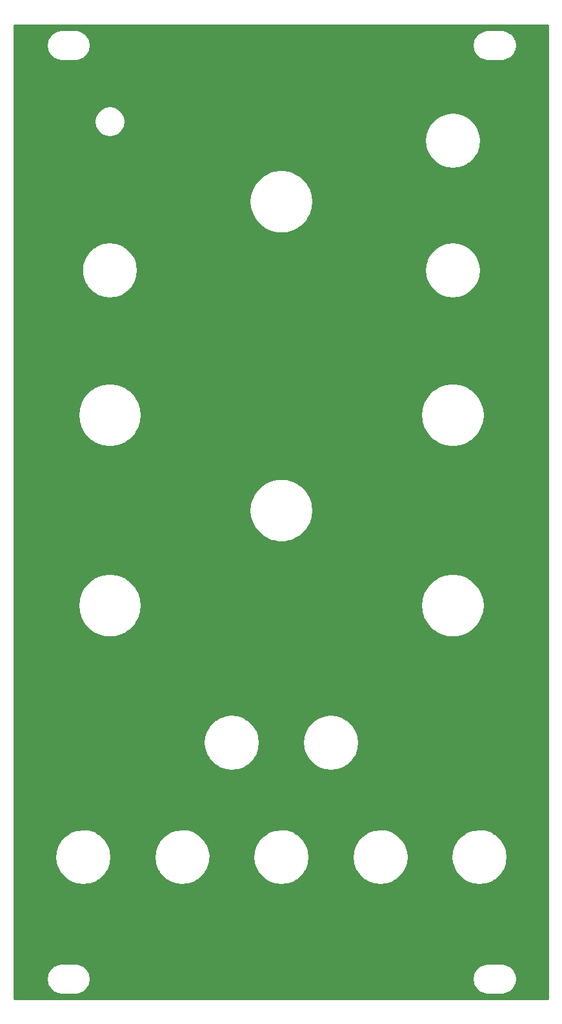
<source format=gtl>
G04 #@! TF.GenerationSoftware,KiCad,Pcbnew,(5.0.0-rc2)*
G04 #@! TF.CreationDate,2020-07-08T18:04:12+03:00*
G04 #@! TF.ProjectId,BBDPNL2,424244504E4C322E6B696361645F7063,rev?*
G04 #@! TF.SameCoordinates,PX2549e60PY82a7440*
G04 #@! TF.FileFunction,Copper,L1,Top,Signal*
G04 #@! TF.FilePolarity,Positive*
%FSLAX46Y46*%
G04 Gerber Fmt 4.6, Leading zero omitted, Abs format (unit mm)*
G04 Created by KiCad (PCBNEW (5.0.0-rc2)) date Wed Jul  8 18:04:12 2020*
%MOMM*%
%LPD*%
G01*
G04 APERTURE LIST*
G04 #@! TA.AperFunction,NonConductor*
%ADD10C,0.254000*%
G04 #@! TD*
G04 APERTURE END LIST*
D10*
G36*
X70403000Y397000D02*
X397000Y397000D01*
X397000Y3063669D01*
X4598011Y3063669D01*
X4598011Y2936331D01*
X4676321Y2441905D01*
X4676321Y2441904D01*
X4715670Y2320799D01*
X4942933Y1874770D01*
X5017781Y1771752D01*
X5371752Y1417780D01*
X5474770Y1342933D01*
X5920799Y1115670D01*
X6041904Y1076321D01*
X6528449Y999259D01*
X6559917Y993000D01*
X8440083Y993000D01*
X8471551Y999259D01*
X8958096Y1076321D01*
X9079201Y1115670D01*
X9525230Y1342933D01*
X9628248Y1417781D01*
X9982220Y1771752D01*
X10057067Y1874770D01*
X10284330Y2320799D01*
X10323679Y2441904D01*
X10323679Y2441905D01*
X10401989Y2936331D01*
X10401989Y3063669D01*
X60498011Y3063669D01*
X60498011Y2936331D01*
X60576321Y2441905D01*
X60576321Y2441904D01*
X60615670Y2320799D01*
X60842933Y1874770D01*
X60917781Y1771752D01*
X61271752Y1417780D01*
X61374770Y1342933D01*
X61820799Y1115670D01*
X61941904Y1076321D01*
X62428449Y999259D01*
X62459917Y993000D01*
X64340083Y993000D01*
X64371551Y999259D01*
X64858096Y1076321D01*
X64979201Y1115670D01*
X65425230Y1342933D01*
X65528248Y1417781D01*
X65882220Y1771752D01*
X65957067Y1874770D01*
X66184330Y2320799D01*
X66223679Y2441904D01*
X66223679Y2441905D01*
X66301989Y2936331D01*
X66301989Y3063669D01*
X66223679Y3558096D01*
X66217272Y3577816D01*
X66184330Y3679201D01*
X65957067Y4125230D01*
X65904188Y4198011D01*
X65882220Y4228248D01*
X65528248Y4582219D01*
X65425230Y4657067D01*
X64979201Y4884330D01*
X64858096Y4923679D01*
X64371551Y5000741D01*
X64340083Y5007000D01*
X62459917Y5007000D01*
X62428449Y5000741D01*
X61941904Y4923679D01*
X61820799Y4884330D01*
X61374770Y4657067D01*
X61271752Y4582220D01*
X60917781Y4228248D01*
X60842933Y4125230D01*
X60615670Y3679201D01*
X60576321Y3558096D01*
X60498011Y3063669D01*
X10401989Y3063669D01*
X10323679Y3558096D01*
X10317272Y3577816D01*
X10284330Y3679201D01*
X10057067Y4125230D01*
X10004188Y4198011D01*
X9982220Y4228248D01*
X9628248Y4582219D01*
X9525230Y4657067D01*
X9079201Y4884330D01*
X8958096Y4923679D01*
X8471551Y5000741D01*
X8440083Y5007000D01*
X6559917Y5007000D01*
X6528449Y5000741D01*
X6041904Y4923679D01*
X5920799Y4884330D01*
X5474770Y4657067D01*
X5371752Y4582220D01*
X5017781Y4228248D01*
X4942933Y4125230D01*
X4715670Y3679201D01*
X4676321Y3558096D01*
X4598011Y3063669D01*
X397000Y3063669D01*
X397000Y18948661D01*
X5723358Y18948661D01*
X5803000Y18318229D01*
X5803000Y18284512D01*
X5809129Y18269716D01*
X5826099Y18135382D01*
X6106468Y17365076D01*
X6323044Y17029016D01*
X6350611Y16962463D01*
X6393709Y16919365D01*
X6550529Y16676028D01*
X7136213Y16102484D01*
X7329502Y15983572D01*
X7362463Y15950611D01*
X7425567Y15924472D01*
X7834410Y15672951D01*
X8610418Y15408776D01*
X9425670Y15323090D01*
X10095821Y15403000D01*
X10115488Y15403000D01*
X10123438Y15406293D01*
X10239646Y15420150D01*
X11011891Y15695134D01*
X11371085Y15923086D01*
X11437537Y15950611D01*
X11477622Y15990696D01*
X11704022Y16134374D01*
X12281641Y16716040D01*
X12412693Y16925767D01*
X12449389Y16962463D01*
X12476457Y17027811D01*
X12716038Y17411221D01*
X12985624Y18185366D01*
X12996650Y18283668D01*
X12997000Y18284512D01*
X12997000Y18286785D01*
X13071241Y18948661D01*
X18723358Y18948661D01*
X18803000Y18318229D01*
X18803000Y18284512D01*
X18809129Y18269716D01*
X18826099Y18135382D01*
X19106468Y17365076D01*
X19323044Y17029016D01*
X19350611Y16962463D01*
X19393709Y16919365D01*
X19550529Y16676028D01*
X20136213Y16102484D01*
X20329502Y15983572D01*
X20362463Y15950611D01*
X20425567Y15924472D01*
X20834410Y15672951D01*
X21610418Y15408776D01*
X22425670Y15323090D01*
X23095821Y15403000D01*
X23115488Y15403000D01*
X23123438Y15406293D01*
X23239646Y15420150D01*
X24011891Y15695134D01*
X24371085Y15923086D01*
X24437537Y15950611D01*
X24477622Y15990696D01*
X24704022Y16134374D01*
X25281641Y16716040D01*
X25412693Y16925767D01*
X25449389Y16962463D01*
X25476457Y17027811D01*
X25716038Y17411221D01*
X25985624Y18185366D01*
X25996650Y18283668D01*
X25997000Y18284512D01*
X25997000Y18286785D01*
X26071241Y18948661D01*
X31723358Y18948661D01*
X31803000Y18318229D01*
X31803000Y18284512D01*
X31809129Y18269716D01*
X31826099Y18135382D01*
X32106468Y17365076D01*
X32323044Y17029016D01*
X32350611Y16962463D01*
X32393709Y16919365D01*
X32550529Y16676028D01*
X33136213Y16102484D01*
X33329502Y15983572D01*
X33362463Y15950611D01*
X33425567Y15924472D01*
X33834410Y15672951D01*
X34610418Y15408776D01*
X35425670Y15323090D01*
X36095821Y15403000D01*
X36115488Y15403000D01*
X36123438Y15406293D01*
X36239646Y15420150D01*
X37011891Y15695134D01*
X37371085Y15923086D01*
X37437537Y15950611D01*
X37477622Y15990696D01*
X37704022Y16134374D01*
X38281641Y16716040D01*
X38412693Y16925767D01*
X38449389Y16962463D01*
X38476457Y17027811D01*
X38716038Y17411221D01*
X38985624Y18185366D01*
X38996650Y18283668D01*
X38997000Y18284512D01*
X38997000Y18286785D01*
X39071241Y18948661D01*
X44723358Y18948661D01*
X44803000Y18318229D01*
X44803000Y18284512D01*
X44809129Y18269716D01*
X44826099Y18135382D01*
X45106468Y17365076D01*
X45323044Y17029016D01*
X45350611Y16962463D01*
X45393709Y16919365D01*
X45550529Y16676028D01*
X46136213Y16102484D01*
X46329502Y15983572D01*
X46362463Y15950611D01*
X46425567Y15924472D01*
X46834410Y15672951D01*
X47610418Y15408776D01*
X48425670Y15323090D01*
X49095821Y15403000D01*
X49115488Y15403000D01*
X49123438Y15406293D01*
X49239646Y15420150D01*
X50011891Y15695134D01*
X50371085Y15923086D01*
X50437537Y15950611D01*
X50477622Y15990696D01*
X50704022Y16134374D01*
X51281641Y16716040D01*
X51412693Y16925767D01*
X51449389Y16962463D01*
X51476457Y17027811D01*
X51716038Y17411221D01*
X51985624Y18185366D01*
X51996650Y18283668D01*
X51997000Y18284512D01*
X51997000Y18286785D01*
X52071241Y18948661D01*
X57723358Y18948661D01*
X57803000Y18318229D01*
X57803000Y18284512D01*
X57809129Y18269716D01*
X57826099Y18135382D01*
X58106468Y17365076D01*
X58323044Y17029016D01*
X58350611Y16962463D01*
X58393709Y16919365D01*
X58550529Y16676028D01*
X59136213Y16102484D01*
X59329502Y15983572D01*
X59362463Y15950611D01*
X59425567Y15924472D01*
X59834410Y15672951D01*
X60610418Y15408776D01*
X61425670Y15323090D01*
X62095821Y15403000D01*
X62115488Y15403000D01*
X62123438Y15406293D01*
X62239646Y15420150D01*
X63011891Y15695134D01*
X63371085Y15923086D01*
X63437537Y15950611D01*
X63477622Y15990696D01*
X63704022Y16134374D01*
X64281641Y16716040D01*
X64412693Y16925767D01*
X64449389Y16962463D01*
X64476457Y17027811D01*
X64716038Y17411221D01*
X64985624Y18185366D01*
X64996650Y18283668D01*
X64997000Y18284512D01*
X64997000Y18286785D01*
X65077000Y19000000D01*
X65075566Y19102668D01*
X64997000Y19661695D01*
X64997000Y19715488D01*
X64985557Y19743113D01*
X64961480Y19914433D01*
X64670384Y20680749D01*
X64475969Y20973366D01*
X64449389Y21037537D01*
X64401551Y21085375D01*
X64216745Y21363530D01*
X63623111Y21928841D01*
X63462108Y22024818D01*
X63437537Y22049389D01*
X63382982Y22071986D01*
X62918985Y22348584D01*
X62139364Y22601898D01*
X61322995Y22676194D01*
X60729468Y22597000D01*
X60684512Y22597000D01*
X60663149Y22588151D01*
X60510453Y22567777D01*
X59742123Y22282038D01*
X59428224Y22076628D01*
X59362463Y22049389D01*
X59316766Y22003692D01*
X59056192Y21833177D01*
X58486751Y21243504D01*
X58379522Y21066448D01*
X58350611Y21037537D01*
X58325937Y20977968D01*
X58062102Y20542325D01*
X57803351Y19764491D01*
X57723358Y18948661D01*
X52071241Y18948661D01*
X52077000Y19000000D01*
X52075566Y19102668D01*
X51997000Y19661695D01*
X51997000Y19715488D01*
X51985557Y19743113D01*
X51961480Y19914433D01*
X51670384Y20680749D01*
X51475969Y20973366D01*
X51449389Y21037537D01*
X51401551Y21085375D01*
X51216745Y21363530D01*
X50623111Y21928841D01*
X50462108Y22024818D01*
X50437537Y22049389D01*
X50382982Y22071986D01*
X49918985Y22348584D01*
X49139364Y22601898D01*
X48322995Y22676194D01*
X47729468Y22597000D01*
X47684512Y22597000D01*
X47663149Y22588151D01*
X47510453Y22567777D01*
X46742123Y22282038D01*
X46428224Y22076628D01*
X46362463Y22049389D01*
X46316766Y22003692D01*
X46056192Y21833177D01*
X45486751Y21243504D01*
X45379522Y21066448D01*
X45350611Y21037537D01*
X45325937Y20977968D01*
X45062102Y20542325D01*
X44803351Y19764491D01*
X44723358Y18948661D01*
X39071241Y18948661D01*
X39077000Y19000000D01*
X39075566Y19102668D01*
X38997000Y19661695D01*
X38997000Y19715488D01*
X38985557Y19743113D01*
X38961480Y19914433D01*
X38670384Y20680749D01*
X38475969Y20973366D01*
X38449389Y21037537D01*
X38401551Y21085375D01*
X38216745Y21363530D01*
X37623111Y21928841D01*
X37462108Y22024818D01*
X37437537Y22049389D01*
X37382982Y22071986D01*
X36918985Y22348584D01*
X36139364Y22601898D01*
X35322995Y22676194D01*
X34729468Y22597000D01*
X34684512Y22597000D01*
X34663149Y22588151D01*
X34510453Y22567777D01*
X33742123Y22282038D01*
X33428224Y22076628D01*
X33362463Y22049389D01*
X33316766Y22003692D01*
X33056192Y21833177D01*
X32486751Y21243504D01*
X32379522Y21066448D01*
X32350611Y21037537D01*
X32325937Y20977968D01*
X32062102Y20542325D01*
X31803351Y19764491D01*
X31723358Y18948661D01*
X26071241Y18948661D01*
X26077000Y19000000D01*
X26075566Y19102668D01*
X25997000Y19661695D01*
X25997000Y19715488D01*
X25985557Y19743113D01*
X25961480Y19914433D01*
X25670384Y20680749D01*
X25475969Y20973366D01*
X25449389Y21037537D01*
X25401551Y21085375D01*
X25216745Y21363530D01*
X24623111Y21928841D01*
X24462108Y22024818D01*
X24437537Y22049389D01*
X24382982Y22071986D01*
X23918985Y22348584D01*
X23139364Y22601898D01*
X22322995Y22676194D01*
X21729468Y22597000D01*
X21684512Y22597000D01*
X21663149Y22588151D01*
X21510453Y22567777D01*
X20742123Y22282038D01*
X20428224Y22076628D01*
X20362463Y22049389D01*
X20316766Y22003692D01*
X20056192Y21833177D01*
X19486751Y21243504D01*
X19379522Y21066448D01*
X19350611Y21037537D01*
X19325937Y20977968D01*
X19062102Y20542325D01*
X18803351Y19764491D01*
X18723358Y18948661D01*
X13071241Y18948661D01*
X13077000Y19000000D01*
X13075566Y19102668D01*
X12997000Y19661695D01*
X12997000Y19715488D01*
X12985557Y19743113D01*
X12961480Y19914433D01*
X12670384Y20680749D01*
X12475969Y20973366D01*
X12449389Y21037537D01*
X12401551Y21085375D01*
X12216745Y21363530D01*
X11623111Y21928841D01*
X11462108Y22024818D01*
X11437537Y22049389D01*
X11382982Y22071986D01*
X10918985Y22348584D01*
X10139364Y22601898D01*
X9322995Y22676194D01*
X8729468Y22597000D01*
X8684512Y22597000D01*
X8663149Y22588151D01*
X8510453Y22567777D01*
X7742123Y22282038D01*
X7428224Y22076628D01*
X7362463Y22049389D01*
X7316766Y22003692D01*
X7056192Y21833177D01*
X6486751Y21243504D01*
X6379522Y21066448D01*
X6350611Y21037537D01*
X6325937Y20977968D01*
X6062102Y20542325D01*
X5803351Y19764491D01*
X5723358Y18948661D01*
X397000Y18948661D01*
X397000Y33948661D01*
X25223358Y33948661D01*
X25303000Y33318229D01*
X25303000Y33284512D01*
X25309129Y33269716D01*
X25326099Y33135382D01*
X25606468Y32365076D01*
X25823044Y32029016D01*
X25850611Y31962463D01*
X25893709Y31919365D01*
X26050529Y31676028D01*
X26636213Y31102484D01*
X26829502Y30983572D01*
X26862463Y30950611D01*
X26925567Y30924472D01*
X27334410Y30672951D01*
X28110418Y30408776D01*
X28925670Y30323090D01*
X29595821Y30403000D01*
X29615488Y30403000D01*
X29623438Y30406293D01*
X29739646Y30420150D01*
X30511891Y30695134D01*
X30871085Y30923086D01*
X30937537Y30950611D01*
X30977622Y30990696D01*
X31204022Y31134374D01*
X31781641Y31716040D01*
X31912693Y31925767D01*
X31949389Y31962463D01*
X31976457Y32027811D01*
X32216038Y32411221D01*
X32485624Y33185366D01*
X32496650Y33283668D01*
X32497000Y33284512D01*
X32497000Y33286785D01*
X32571241Y33948661D01*
X38223358Y33948661D01*
X38303000Y33318229D01*
X38303000Y33284512D01*
X38309129Y33269716D01*
X38326099Y33135382D01*
X38606468Y32365076D01*
X38823044Y32029016D01*
X38850611Y31962463D01*
X38893709Y31919365D01*
X39050529Y31676028D01*
X39636213Y31102484D01*
X39829502Y30983572D01*
X39862463Y30950611D01*
X39925567Y30924472D01*
X40334410Y30672951D01*
X41110418Y30408776D01*
X41925670Y30323090D01*
X42595821Y30403000D01*
X42615488Y30403000D01*
X42623438Y30406293D01*
X42739646Y30420150D01*
X43511891Y30695134D01*
X43871085Y30923086D01*
X43937537Y30950611D01*
X43977622Y30990696D01*
X44204022Y31134374D01*
X44781641Y31716040D01*
X44912693Y31925767D01*
X44949389Y31962463D01*
X44976457Y32027811D01*
X45216038Y32411221D01*
X45485624Y33185366D01*
X45496650Y33283668D01*
X45497000Y33284512D01*
X45497000Y33286785D01*
X45577000Y34000000D01*
X45575566Y34102668D01*
X45497000Y34661695D01*
X45497000Y34715488D01*
X45485557Y34743113D01*
X45461480Y34914433D01*
X45170384Y35680749D01*
X44975969Y35973366D01*
X44949389Y36037537D01*
X44901551Y36085375D01*
X44716745Y36363530D01*
X44123111Y36928841D01*
X43962108Y37024818D01*
X43937537Y37049389D01*
X43882982Y37071986D01*
X43418985Y37348584D01*
X42639364Y37601898D01*
X41822995Y37676194D01*
X41229468Y37597000D01*
X41184512Y37597000D01*
X41163149Y37588151D01*
X41010453Y37567777D01*
X40242123Y37282038D01*
X39928224Y37076628D01*
X39862463Y37049389D01*
X39816766Y37003692D01*
X39556192Y36833177D01*
X38986751Y36243504D01*
X38879522Y36066448D01*
X38850611Y36037537D01*
X38825937Y35977968D01*
X38562102Y35542325D01*
X38303351Y34764491D01*
X38223358Y33948661D01*
X32571241Y33948661D01*
X32577000Y34000000D01*
X32575566Y34102668D01*
X32497000Y34661695D01*
X32497000Y34715488D01*
X32485557Y34743113D01*
X32461480Y34914433D01*
X32170384Y35680749D01*
X31975969Y35973366D01*
X31949389Y36037537D01*
X31901551Y36085375D01*
X31716745Y36363530D01*
X31123111Y36928841D01*
X30962108Y37024818D01*
X30937537Y37049389D01*
X30882982Y37071986D01*
X30418985Y37348584D01*
X29639364Y37601898D01*
X28822995Y37676194D01*
X28229468Y37597000D01*
X28184512Y37597000D01*
X28163149Y37588151D01*
X28010453Y37567777D01*
X27242123Y37282038D01*
X26928224Y37076628D01*
X26862463Y37049389D01*
X26816766Y37003692D01*
X26556192Y36833177D01*
X25986751Y36243504D01*
X25879522Y36066448D01*
X25850611Y36037537D01*
X25825937Y35977968D01*
X25562102Y35542325D01*
X25303351Y34764491D01*
X25223358Y33948661D01*
X397000Y33948661D01*
X397000Y52000000D01*
X8723000Y52000000D01*
X8803000Y51238847D01*
X8803000Y51185056D01*
X8810576Y51166766D01*
X8814277Y51131553D01*
X9084121Y50301061D01*
X9385089Y49779769D01*
X9426731Y49679236D01*
X9465535Y49640432D01*
X9520736Y49544821D01*
X10105041Y48895884D01*
X10489166Y48616801D01*
X10579236Y48526731D01*
X10658097Y48494066D01*
X10811500Y48382612D01*
X11609236Y48027437D01*
X11969522Y47950856D01*
X12085056Y47903000D01*
X12194666Y47903000D01*
X12463385Y47845882D01*
X13336615Y47845882D01*
X13605334Y47903000D01*
X13714944Y47903000D01*
X13830478Y47950856D01*
X14190764Y48027437D01*
X14988500Y48382612D01*
X15141903Y48494066D01*
X15220764Y48526731D01*
X15310834Y48616801D01*
X15694959Y48895884D01*
X16279264Y49544821D01*
X16334465Y49640432D01*
X16373269Y49679236D01*
X16414911Y49779769D01*
X16715879Y50301061D01*
X16985723Y51131553D01*
X16989424Y51166766D01*
X16997000Y51185056D01*
X16997000Y51238847D01*
X17077000Y52000000D01*
X53723000Y52000000D01*
X53803000Y51238847D01*
X53803000Y51185056D01*
X53810576Y51166766D01*
X53814277Y51131553D01*
X54084121Y50301061D01*
X54385089Y49779769D01*
X54426731Y49679236D01*
X54465535Y49640432D01*
X54520736Y49544821D01*
X55105041Y48895884D01*
X55489166Y48616801D01*
X55579236Y48526731D01*
X55658097Y48494066D01*
X55811500Y48382612D01*
X56609236Y48027437D01*
X56969522Y47950856D01*
X57085056Y47903000D01*
X57194666Y47903000D01*
X57463385Y47845882D01*
X58336615Y47845882D01*
X58605334Y47903000D01*
X58714944Y47903000D01*
X58830478Y47950856D01*
X59190764Y48027437D01*
X59988500Y48382612D01*
X60141903Y48494066D01*
X60220764Y48526731D01*
X60310834Y48616801D01*
X60694959Y48895884D01*
X61279264Y49544821D01*
X61334465Y49640432D01*
X61373269Y49679236D01*
X61414911Y49779769D01*
X61715879Y50301061D01*
X61985723Y51131553D01*
X61989424Y51166766D01*
X61997000Y51185056D01*
X61997000Y51238847D01*
X62077000Y52000000D01*
X61997000Y52761153D01*
X61997000Y52814944D01*
X61989424Y52833234D01*
X61985723Y52868447D01*
X61715879Y53698939D01*
X61414911Y54220231D01*
X61373269Y54320764D01*
X61334465Y54359568D01*
X61279264Y54455179D01*
X60694959Y55104116D01*
X60310834Y55383199D01*
X60220764Y55473269D01*
X60141903Y55505934D01*
X59988500Y55617388D01*
X59190764Y55972563D01*
X58830478Y56049144D01*
X58714944Y56097000D01*
X58605334Y56097000D01*
X58336615Y56154118D01*
X57463385Y56154118D01*
X57194666Y56097000D01*
X57085056Y56097000D01*
X56969522Y56049144D01*
X56609236Y55972563D01*
X55811500Y55617388D01*
X55658097Y55505934D01*
X55579236Y55473269D01*
X55489166Y55383199D01*
X55105041Y55104116D01*
X54520736Y54455179D01*
X54465535Y54359568D01*
X54426731Y54320764D01*
X54385089Y54220231D01*
X54084121Y53698939D01*
X53814277Y52868447D01*
X53810576Y52833234D01*
X53803000Y52814944D01*
X53803000Y52761153D01*
X53723000Y52000000D01*
X17077000Y52000000D01*
X16997000Y52761153D01*
X16997000Y52814944D01*
X16989424Y52833234D01*
X16985723Y52868447D01*
X16715879Y53698939D01*
X16414911Y54220231D01*
X16373269Y54320764D01*
X16334465Y54359568D01*
X16279264Y54455179D01*
X15694959Y55104116D01*
X15310834Y55383199D01*
X15220764Y55473269D01*
X15141903Y55505934D01*
X14988500Y55617388D01*
X14190764Y55972563D01*
X13830478Y56049144D01*
X13714944Y56097000D01*
X13605334Y56097000D01*
X13336615Y56154118D01*
X12463385Y56154118D01*
X12194666Y56097000D01*
X12085056Y56097000D01*
X11969522Y56049144D01*
X11609236Y55972563D01*
X10811500Y55617388D01*
X10658097Y55505934D01*
X10579236Y55473269D01*
X10489166Y55383199D01*
X10105041Y55104116D01*
X9520736Y54455179D01*
X9465535Y54359568D01*
X9426731Y54320764D01*
X9385089Y54220231D01*
X9084121Y53698939D01*
X8814277Y52868447D01*
X8810576Y52833234D01*
X8803000Y52814944D01*
X8803000Y52761153D01*
X8723000Y52000000D01*
X397000Y52000000D01*
X397000Y64500000D01*
X31223000Y64500000D01*
X31303000Y63738847D01*
X31303000Y63685056D01*
X31310576Y63666766D01*
X31314277Y63631553D01*
X31584121Y62801061D01*
X31885089Y62279769D01*
X31926731Y62179236D01*
X31965535Y62140432D01*
X32020736Y62044821D01*
X32605041Y61395884D01*
X32989166Y61116801D01*
X33079236Y61026731D01*
X33158097Y60994066D01*
X33311500Y60882612D01*
X34109236Y60527437D01*
X34469522Y60450856D01*
X34585056Y60403000D01*
X34694666Y60403000D01*
X34963385Y60345882D01*
X35836615Y60345882D01*
X36105334Y60403000D01*
X36214944Y60403000D01*
X36330478Y60450856D01*
X36690764Y60527437D01*
X37488500Y60882612D01*
X37641903Y60994066D01*
X37720764Y61026731D01*
X37810834Y61116801D01*
X38194959Y61395884D01*
X38779264Y62044821D01*
X38834465Y62140432D01*
X38873269Y62179236D01*
X38914911Y62279769D01*
X39215879Y62801061D01*
X39485723Y63631553D01*
X39489424Y63666766D01*
X39497000Y63685056D01*
X39497000Y63738847D01*
X39577000Y64500000D01*
X39497000Y65261153D01*
X39497000Y65314944D01*
X39489424Y65333234D01*
X39485723Y65368447D01*
X39215879Y66198939D01*
X38914911Y66720231D01*
X38873269Y66820764D01*
X38834465Y66859568D01*
X38779264Y66955179D01*
X38194959Y67604116D01*
X37810834Y67883199D01*
X37720764Y67973269D01*
X37641903Y68005934D01*
X37488500Y68117388D01*
X36690764Y68472563D01*
X36330478Y68549144D01*
X36214944Y68597000D01*
X36105334Y68597000D01*
X35836615Y68654118D01*
X34963385Y68654118D01*
X34694666Y68597000D01*
X34585056Y68597000D01*
X34469522Y68549144D01*
X34109236Y68472563D01*
X33311500Y68117388D01*
X33158097Y68005934D01*
X33079236Y67973269D01*
X32989166Y67883199D01*
X32605041Y67604116D01*
X32020736Y66955179D01*
X31965535Y66859568D01*
X31926731Y66820764D01*
X31885089Y66720231D01*
X31584121Y66198939D01*
X31314277Y65368447D01*
X31310576Y65333234D01*
X31303000Y65314944D01*
X31303000Y65261153D01*
X31223000Y64500000D01*
X397000Y64500000D01*
X397000Y77000000D01*
X8723000Y77000000D01*
X8803000Y76238847D01*
X8803000Y76185056D01*
X8810576Y76166766D01*
X8814277Y76131553D01*
X9084121Y75301061D01*
X9385089Y74779769D01*
X9426731Y74679236D01*
X9465535Y74640432D01*
X9520736Y74544821D01*
X10105041Y73895884D01*
X10489166Y73616801D01*
X10579236Y73526731D01*
X10658097Y73494066D01*
X10811500Y73382612D01*
X11609236Y73027437D01*
X11969522Y72950856D01*
X12085056Y72903000D01*
X12194666Y72903000D01*
X12463385Y72845882D01*
X13336615Y72845882D01*
X13605334Y72903000D01*
X13714944Y72903000D01*
X13830478Y72950856D01*
X14190764Y73027437D01*
X14988500Y73382612D01*
X15141903Y73494066D01*
X15220764Y73526731D01*
X15310834Y73616801D01*
X15694959Y73895884D01*
X16279264Y74544821D01*
X16334465Y74640432D01*
X16373269Y74679236D01*
X16414911Y74779769D01*
X16715879Y75301061D01*
X16985723Y76131553D01*
X16989424Y76166766D01*
X16997000Y76185056D01*
X16997000Y76238847D01*
X17077000Y77000000D01*
X53723000Y77000000D01*
X53803000Y76238847D01*
X53803000Y76185056D01*
X53810576Y76166766D01*
X53814277Y76131553D01*
X54084121Y75301061D01*
X54385089Y74779769D01*
X54426731Y74679236D01*
X54465535Y74640432D01*
X54520736Y74544821D01*
X55105041Y73895884D01*
X55489166Y73616801D01*
X55579236Y73526731D01*
X55658097Y73494066D01*
X55811500Y73382612D01*
X56609236Y73027437D01*
X56969522Y72950856D01*
X57085056Y72903000D01*
X57194666Y72903000D01*
X57463385Y72845882D01*
X58336615Y72845882D01*
X58605334Y72903000D01*
X58714944Y72903000D01*
X58830478Y72950856D01*
X59190764Y73027437D01*
X59988500Y73382612D01*
X60141903Y73494066D01*
X60220764Y73526731D01*
X60310834Y73616801D01*
X60694959Y73895884D01*
X61279264Y74544821D01*
X61334465Y74640432D01*
X61373269Y74679236D01*
X61414911Y74779769D01*
X61715879Y75301061D01*
X61985723Y76131553D01*
X61989424Y76166766D01*
X61997000Y76185056D01*
X61997000Y76238847D01*
X62077000Y77000000D01*
X61997000Y77761153D01*
X61997000Y77814944D01*
X61989424Y77833234D01*
X61985723Y77868447D01*
X61715879Y78698939D01*
X61414911Y79220231D01*
X61373269Y79320764D01*
X61334465Y79359568D01*
X61279264Y79455179D01*
X60694959Y80104116D01*
X60310834Y80383199D01*
X60220764Y80473269D01*
X60141903Y80505934D01*
X59988500Y80617388D01*
X59190764Y80972563D01*
X58830478Y81049144D01*
X58714944Y81097000D01*
X58605334Y81097000D01*
X58336615Y81154118D01*
X57463385Y81154118D01*
X57194666Y81097000D01*
X57085056Y81097000D01*
X56969522Y81049144D01*
X56609236Y80972563D01*
X55811500Y80617388D01*
X55658097Y80505934D01*
X55579236Y80473269D01*
X55489166Y80383199D01*
X55105041Y80104116D01*
X54520736Y79455179D01*
X54465535Y79359568D01*
X54426731Y79320764D01*
X54385089Y79220231D01*
X54084121Y78698939D01*
X53814277Y77868447D01*
X53810576Y77833234D01*
X53803000Y77814944D01*
X53803000Y77761153D01*
X53723000Y77000000D01*
X17077000Y77000000D01*
X16997000Y77761153D01*
X16997000Y77814944D01*
X16989424Y77833234D01*
X16985723Y77868447D01*
X16715879Y78698939D01*
X16414911Y79220231D01*
X16373269Y79320764D01*
X16334465Y79359568D01*
X16279264Y79455179D01*
X15694959Y80104116D01*
X15310834Y80383199D01*
X15220764Y80473269D01*
X15141903Y80505934D01*
X14988500Y80617388D01*
X14190764Y80972563D01*
X13830478Y81049144D01*
X13714944Y81097000D01*
X13605334Y81097000D01*
X13336615Y81154118D01*
X12463385Y81154118D01*
X12194666Y81097000D01*
X12085056Y81097000D01*
X11969522Y81049144D01*
X11609236Y80972563D01*
X10811500Y80617388D01*
X10658097Y80505934D01*
X10579236Y80473269D01*
X10489166Y80383199D01*
X10105041Y80104116D01*
X9520736Y79455179D01*
X9465535Y79359568D01*
X9426731Y79320764D01*
X9385089Y79220231D01*
X9084121Y78698939D01*
X8814277Y77868447D01*
X8810576Y77833234D01*
X8803000Y77814944D01*
X8803000Y77761153D01*
X8723000Y77000000D01*
X397000Y77000000D01*
X397000Y95948661D01*
X9223358Y95948661D01*
X9303000Y95318229D01*
X9303000Y95284512D01*
X9309129Y95269716D01*
X9326099Y95135382D01*
X9606468Y94365076D01*
X9823044Y94029016D01*
X9850611Y93962463D01*
X9893709Y93919365D01*
X10050529Y93676028D01*
X10636213Y93102484D01*
X10829502Y92983572D01*
X10862463Y92950611D01*
X10925567Y92924472D01*
X11334410Y92672951D01*
X12110418Y92408776D01*
X12925670Y92323090D01*
X13595821Y92403000D01*
X13615488Y92403000D01*
X13623438Y92406293D01*
X13739646Y92420150D01*
X14511891Y92695134D01*
X14871085Y92923086D01*
X14937537Y92950611D01*
X14977622Y92990696D01*
X15204022Y93134374D01*
X15781641Y93716040D01*
X15912693Y93925767D01*
X15949389Y93962463D01*
X15976457Y94027811D01*
X16216038Y94411221D01*
X16485624Y95185366D01*
X16496650Y95283668D01*
X16497000Y95284512D01*
X16497000Y95286785D01*
X16571241Y95948661D01*
X54223358Y95948661D01*
X54303000Y95318229D01*
X54303000Y95284512D01*
X54309129Y95269716D01*
X54326099Y95135382D01*
X54606468Y94365076D01*
X54823044Y94029016D01*
X54850611Y93962463D01*
X54893709Y93919365D01*
X55050529Y93676028D01*
X55636213Y93102484D01*
X55829502Y92983572D01*
X55862463Y92950611D01*
X55925567Y92924472D01*
X56334410Y92672951D01*
X57110418Y92408776D01*
X57925670Y92323090D01*
X58595821Y92403000D01*
X58615488Y92403000D01*
X58623438Y92406293D01*
X58739646Y92420150D01*
X59511891Y92695134D01*
X59871085Y92923086D01*
X59937537Y92950611D01*
X59977622Y92990696D01*
X60204022Y93134374D01*
X60781641Y93716040D01*
X60912693Y93925767D01*
X60949389Y93962463D01*
X60976457Y94027811D01*
X61216038Y94411221D01*
X61485624Y95185366D01*
X61496650Y95283668D01*
X61497000Y95284512D01*
X61497000Y95286785D01*
X61577000Y96000000D01*
X61575566Y96102668D01*
X61497000Y96661695D01*
X61497000Y96715488D01*
X61485557Y96743113D01*
X61461480Y96914433D01*
X61170384Y97680749D01*
X60975969Y97973366D01*
X60949389Y98037537D01*
X60901551Y98085375D01*
X60716745Y98363530D01*
X60123111Y98928841D01*
X59962108Y99024818D01*
X59937537Y99049389D01*
X59882982Y99071986D01*
X59418985Y99348584D01*
X58639364Y99601898D01*
X57822995Y99676194D01*
X57229468Y99597000D01*
X57184512Y99597000D01*
X57163149Y99588151D01*
X57010453Y99567777D01*
X56242123Y99282038D01*
X55928224Y99076628D01*
X55862463Y99049389D01*
X55816766Y99003692D01*
X55556192Y98833177D01*
X54986751Y98243504D01*
X54879522Y98066448D01*
X54850611Y98037537D01*
X54825937Y97977968D01*
X54562102Y97542325D01*
X54303351Y96764491D01*
X54223358Y95948661D01*
X16571241Y95948661D01*
X16577000Y96000000D01*
X16575566Y96102668D01*
X16497000Y96661695D01*
X16497000Y96715488D01*
X16485557Y96743113D01*
X16461480Y96914433D01*
X16170384Y97680749D01*
X15975969Y97973366D01*
X15949389Y98037537D01*
X15901551Y98085375D01*
X15716745Y98363530D01*
X15123111Y98928841D01*
X14962108Y99024818D01*
X14937537Y99049389D01*
X14882982Y99071986D01*
X14418985Y99348584D01*
X13639364Y99601898D01*
X12822995Y99676194D01*
X12229468Y99597000D01*
X12184512Y99597000D01*
X12163149Y99588151D01*
X12010453Y99567777D01*
X11242123Y99282038D01*
X10928224Y99076628D01*
X10862463Y99049389D01*
X10816766Y99003692D01*
X10556192Y98833177D01*
X9986751Y98243504D01*
X9879522Y98066448D01*
X9850611Y98037537D01*
X9825937Y97977968D01*
X9562102Y97542325D01*
X9303351Y96764491D01*
X9223358Y95948661D01*
X397000Y95948661D01*
X397000Y105000000D01*
X31223000Y105000000D01*
X31303000Y104238847D01*
X31303000Y104185056D01*
X31310576Y104166766D01*
X31314277Y104131553D01*
X31584121Y103301061D01*
X31885089Y102779769D01*
X31926731Y102679236D01*
X31965535Y102640432D01*
X32020736Y102544821D01*
X32605041Y101895884D01*
X32989166Y101616801D01*
X33079236Y101526731D01*
X33158097Y101494066D01*
X33311500Y101382612D01*
X34109236Y101027437D01*
X34469522Y100950856D01*
X34585056Y100903000D01*
X34694666Y100903000D01*
X34963385Y100845882D01*
X35836615Y100845882D01*
X36105334Y100903000D01*
X36214944Y100903000D01*
X36330478Y100950856D01*
X36690764Y101027437D01*
X37488500Y101382612D01*
X37641903Y101494066D01*
X37720764Y101526731D01*
X37810834Y101616801D01*
X38194959Y101895884D01*
X38779264Y102544821D01*
X38834465Y102640432D01*
X38873269Y102679236D01*
X38914911Y102779769D01*
X39215879Y103301061D01*
X39485723Y104131553D01*
X39489424Y104166766D01*
X39497000Y104185056D01*
X39497000Y104238847D01*
X39577000Y105000000D01*
X39497000Y105761153D01*
X39497000Y105814944D01*
X39489424Y105833234D01*
X39485723Y105868447D01*
X39215879Y106698939D01*
X38914911Y107220231D01*
X38873269Y107320764D01*
X38834465Y107359568D01*
X38779264Y107455179D01*
X38194959Y108104116D01*
X37810834Y108383199D01*
X37720764Y108473269D01*
X37641903Y108505934D01*
X37488500Y108617388D01*
X36690764Y108972563D01*
X36330478Y109049144D01*
X36214944Y109097000D01*
X36105334Y109097000D01*
X35836615Y109154118D01*
X34963385Y109154118D01*
X34694666Y109097000D01*
X34585056Y109097000D01*
X34469522Y109049144D01*
X34109236Y108972563D01*
X33311500Y108617388D01*
X33158097Y108505934D01*
X33079236Y108473269D01*
X32989166Y108383199D01*
X32605041Y108104116D01*
X32020736Y107455179D01*
X31965535Y107359568D01*
X31926731Y107320764D01*
X31885089Y107220231D01*
X31584121Y106698939D01*
X31314277Y105868447D01*
X31310576Y105833234D01*
X31303000Y105814944D01*
X31303000Y105761153D01*
X31223000Y105000000D01*
X397000Y105000000D01*
X397000Y112948661D01*
X54223358Y112948661D01*
X54303000Y112318229D01*
X54303000Y112284512D01*
X54309129Y112269716D01*
X54326099Y112135382D01*
X54606468Y111365076D01*
X54823044Y111029016D01*
X54850611Y110962463D01*
X54893709Y110919365D01*
X55050529Y110676028D01*
X55636213Y110102484D01*
X55829502Y109983572D01*
X55862463Y109950611D01*
X55925567Y109924472D01*
X56334410Y109672951D01*
X57110418Y109408776D01*
X57925670Y109323090D01*
X58595821Y109403000D01*
X58615488Y109403000D01*
X58623438Y109406293D01*
X58739646Y109420150D01*
X59511891Y109695134D01*
X59871085Y109923086D01*
X59937537Y109950611D01*
X59977622Y109990696D01*
X60204022Y110134374D01*
X60781641Y110716040D01*
X60912693Y110925767D01*
X60949389Y110962463D01*
X60976457Y111027811D01*
X61216038Y111411221D01*
X61485624Y112185366D01*
X61496650Y112283668D01*
X61497000Y112284512D01*
X61497000Y112286785D01*
X61577000Y113000000D01*
X61575566Y113102668D01*
X61497000Y113661695D01*
X61497000Y113715488D01*
X61485557Y113743113D01*
X61461480Y113914433D01*
X61170384Y114680749D01*
X60975969Y114973366D01*
X60949389Y115037537D01*
X60901551Y115085375D01*
X60716745Y115363530D01*
X60123111Y115928841D01*
X59962108Y116024818D01*
X59937537Y116049389D01*
X59882982Y116071986D01*
X59418985Y116348584D01*
X58639364Y116601898D01*
X57822995Y116676194D01*
X57229468Y116597000D01*
X57184512Y116597000D01*
X57163149Y116588151D01*
X57010453Y116567777D01*
X56242123Y116282038D01*
X55928224Y116076628D01*
X55862463Y116049389D01*
X55816766Y116003692D01*
X55556192Y115833177D01*
X54986751Y115243504D01*
X54879522Y115066448D01*
X54850611Y115037537D01*
X54825937Y114977968D01*
X54562102Y114542325D01*
X54303351Y113764491D01*
X54223358Y112948661D01*
X397000Y112948661D01*
X397000Y115500000D01*
X10873000Y115500000D01*
X10972208Y114873623D01*
X11260123Y114308559D01*
X11708559Y113860123D01*
X12273623Y113572208D01*
X12900000Y113473000D01*
X13526377Y113572208D01*
X14091441Y113860123D01*
X14539877Y114308559D01*
X14827792Y114873623D01*
X14927000Y115500000D01*
X14827792Y116126377D01*
X14539877Y116691441D01*
X14091441Y117139877D01*
X13526377Y117427792D01*
X12900000Y117527000D01*
X12273623Y117427792D01*
X11708559Y117139877D01*
X11260123Y116691441D01*
X10972208Y116126377D01*
X10873000Y115500000D01*
X397000Y115500000D01*
X397000Y125563669D01*
X4598011Y125563669D01*
X4598011Y125436331D01*
X4676321Y124941905D01*
X4676321Y124941904D01*
X4715670Y124820799D01*
X4942933Y124374770D01*
X5017781Y124271752D01*
X5371752Y123917780D01*
X5474770Y123842933D01*
X5920799Y123615670D01*
X6041904Y123576321D01*
X6528449Y123499259D01*
X6559917Y123493000D01*
X8440083Y123493000D01*
X8471551Y123499259D01*
X8958096Y123576321D01*
X9079201Y123615670D01*
X9525230Y123842933D01*
X9628248Y123917781D01*
X9982220Y124271752D01*
X10057067Y124374770D01*
X10284330Y124820799D01*
X10323679Y124941904D01*
X10323679Y124941905D01*
X10401989Y125436331D01*
X10401989Y125563669D01*
X60498011Y125563669D01*
X60498011Y125436331D01*
X60576321Y124941905D01*
X60576321Y124941904D01*
X60615670Y124820799D01*
X60842933Y124374770D01*
X60917781Y124271752D01*
X61271752Y123917780D01*
X61374770Y123842933D01*
X61820799Y123615670D01*
X61941904Y123576321D01*
X62428449Y123499259D01*
X62459917Y123493000D01*
X64340083Y123493000D01*
X64371551Y123499259D01*
X64858096Y123576321D01*
X64979201Y123615670D01*
X65425230Y123842933D01*
X65528248Y123917781D01*
X65882220Y124271752D01*
X65957067Y124374770D01*
X66184330Y124820799D01*
X66223679Y124941904D01*
X66223679Y124941905D01*
X66301989Y125436331D01*
X66301989Y125563669D01*
X66223679Y126058096D01*
X66217272Y126077816D01*
X66184330Y126179201D01*
X65957067Y126625230D01*
X65904188Y126698011D01*
X65882220Y126728248D01*
X65528248Y127082219D01*
X65425230Y127157067D01*
X64979201Y127384330D01*
X64858096Y127423679D01*
X64371551Y127500741D01*
X64340083Y127507000D01*
X62459917Y127507000D01*
X62428449Y127500741D01*
X61941904Y127423679D01*
X61820799Y127384330D01*
X61374770Y127157067D01*
X61271752Y127082220D01*
X60917781Y126728248D01*
X60842933Y126625230D01*
X60615670Y126179201D01*
X60576321Y126058096D01*
X60498011Y125563669D01*
X10401989Y125563669D01*
X10323679Y126058096D01*
X10317272Y126077816D01*
X10284330Y126179201D01*
X10057067Y126625230D01*
X10004188Y126698011D01*
X9982220Y126728248D01*
X9628248Y127082219D01*
X9525230Y127157067D01*
X9079201Y127384330D01*
X8958096Y127423679D01*
X8471551Y127500741D01*
X8440083Y127507000D01*
X6559917Y127507000D01*
X6528449Y127500741D01*
X6041904Y127423679D01*
X5920799Y127384330D01*
X5474770Y127157067D01*
X5371752Y127082220D01*
X5017781Y126728248D01*
X4942933Y126625230D01*
X4715670Y126179201D01*
X4676321Y126058096D01*
X4598011Y125563669D01*
X397000Y125563669D01*
X396999Y128103000D01*
X70403001Y128103000D01*
X70403000Y397000D01*
X70403000Y397000D01*
G37*
X70403000Y397000D02*
X397000Y397000D01*
X397000Y3063669D01*
X4598011Y3063669D01*
X4598011Y2936331D01*
X4676321Y2441905D01*
X4676321Y2441904D01*
X4715670Y2320799D01*
X4942933Y1874770D01*
X5017781Y1771752D01*
X5371752Y1417780D01*
X5474770Y1342933D01*
X5920799Y1115670D01*
X6041904Y1076321D01*
X6528449Y999259D01*
X6559917Y993000D01*
X8440083Y993000D01*
X8471551Y999259D01*
X8958096Y1076321D01*
X9079201Y1115670D01*
X9525230Y1342933D01*
X9628248Y1417781D01*
X9982220Y1771752D01*
X10057067Y1874770D01*
X10284330Y2320799D01*
X10323679Y2441904D01*
X10323679Y2441905D01*
X10401989Y2936331D01*
X10401989Y3063669D01*
X60498011Y3063669D01*
X60498011Y2936331D01*
X60576321Y2441905D01*
X60576321Y2441904D01*
X60615670Y2320799D01*
X60842933Y1874770D01*
X60917781Y1771752D01*
X61271752Y1417780D01*
X61374770Y1342933D01*
X61820799Y1115670D01*
X61941904Y1076321D01*
X62428449Y999259D01*
X62459917Y993000D01*
X64340083Y993000D01*
X64371551Y999259D01*
X64858096Y1076321D01*
X64979201Y1115670D01*
X65425230Y1342933D01*
X65528248Y1417781D01*
X65882220Y1771752D01*
X65957067Y1874770D01*
X66184330Y2320799D01*
X66223679Y2441904D01*
X66223679Y2441905D01*
X66301989Y2936331D01*
X66301989Y3063669D01*
X66223679Y3558096D01*
X66217272Y3577816D01*
X66184330Y3679201D01*
X65957067Y4125230D01*
X65904188Y4198011D01*
X65882220Y4228248D01*
X65528248Y4582219D01*
X65425230Y4657067D01*
X64979201Y4884330D01*
X64858096Y4923679D01*
X64371551Y5000741D01*
X64340083Y5007000D01*
X62459917Y5007000D01*
X62428449Y5000741D01*
X61941904Y4923679D01*
X61820799Y4884330D01*
X61374770Y4657067D01*
X61271752Y4582220D01*
X60917781Y4228248D01*
X60842933Y4125230D01*
X60615670Y3679201D01*
X60576321Y3558096D01*
X60498011Y3063669D01*
X10401989Y3063669D01*
X10323679Y3558096D01*
X10317272Y3577816D01*
X10284330Y3679201D01*
X10057067Y4125230D01*
X10004188Y4198011D01*
X9982220Y4228248D01*
X9628248Y4582219D01*
X9525230Y4657067D01*
X9079201Y4884330D01*
X8958096Y4923679D01*
X8471551Y5000741D01*
X8440083Y5007000D01*
X6559917Y5007000D01*
X6528449Y5000741D01*
X6041904Y4923679D01*
X5920799Y4884330D01*
X5474770Y4657067D01*
X5371752Y4582220D01*
X5017781Y4228248D01*
X4942933Y4125230D01*
X4715670Y3679201D01*
X4676321Y3558096D01*
X4598011Y3063669D01*
X397000Y3063669D01*
X397000Y18948661D01*
X5723358Y18948661D01*
X5803000Y18318229D01*
X5803000Y18284512D01*
X5809129Y18269716D01*
X5826099Y18135382D01*
X6106468Y17365076D01*
X6323044Y17029016D01*
X6350611Y16962463D01*
X6393709Y16919365D01*
X6550529Y16676028D01*
X7136213Y16102484D01*
X7329502Y15983572D01*
X7362463Y15950611D01*
X7425567Y15924472D01*
X7834410Y15672951D01*
X8610418Y15408776D01*
X9425670Y15323090D01*
X10095821Y15403000D01*
X10115488Y15403000D01*
X10123438Y15406293D01*
X10239646Y15420150D01*
X11011891Y15695134D01*
X11371085Y15923086D01*
X11437537Y15950611D01*
X11477622Y15990696D01*
X11704022Y16134374D01*
X12281641Y16716040D01*
X12412693Y16925767D01*
X12449389Y16962463D01*
X12476457Y17027811D01*
X12716038Y17411221D01*
X12985624Y18185366D01*
X12996650Y18283668D01*
X12997000Y18284512D01*
X12997000Y18286785D01*
X13071241Y18948661D01*
X18723358Y18948661D01*
X18803000Y18318229D01*
X18803000Y18284512D01*
X18809129Y18269716D01*
X18826099Y18135382D01*
X19106468Y17365076D01*
X19323044Y17029016D01*
X19350611Y16962463D01*
X19393709Y16919365D01*
X19550529Y16676028D01*
X20136213Y16102484D01*
X20329502Y15983572D01*
X20362463Y15950611D01*
X20425567Y15924472D01*
X20834410Y15672951D01*
X21610418Y15408776D01*
X22425670Y15323090D01*
X23095821Y15403000D01*
X23115488Y15403000D01*
X23123438Y15406293D01*
X23239646Y15420150D01*
X24011891Y15695134D01*
X24371085Y15923086D01*
X24437537Y15950611D01*
X24477622Y15990696D01*
X24704022Y16134374D01*
X25281641Y16716040D01*
X25412693Y16925767D01*
X25449389Y16962463D01*
X25476457Y17027811D01*
X25716038Y17411221D01*
X25985624Y18185366D01*
X25996650Y18283668D01*
X25997000Y18284512D01*
X25997000Y18286785D01*
X26071241Y18948661D01*
X31723358Y18948661D01*
X31803000Y18318229D01*
X31803000Y18284512D01*
X31809129Y18269716D01*
X31826099Y18135382D01*
X32106468Y17365076D01*
X32323044Y17029016D01*
X32350611Y16962463D01*
X32393709Y16919365D01*
X32550529Y16676028D01*
X33136213Y16102484D01*
X33329502Y15983572D01*
X33362463Y15950611D01*
X33425567Y15924472D01*
X33834410Y15672951D01*
X34610418Y15408776D01*
X35425670Y15323090D01*
X36095821Y15403000D01*
X36115488Y15403000D01*
X36123438Y15406293D01*
X36239646Y15420150D01*
X37011891Y15695134D01*
X37371085Y15923086D01*
X37437537Y15950611D01*
X37477622Y15990696D01*
X37704022Y16134374D01*
X38281641Y16716040D01*
X38412693Y16925767D01*
X38449389Y16962463D01*
X38476457Y17027811D01*
X38716038Y17411221D01*
X38985624Y18185366D01*
X38996650Y18283668D01*
X38997000Y18284512D01*
X38997000Y18286785D01*
X39071241Y18948661D01*
X44723358Y18948661D01*
X44803000Y18318229D01*
X44803000Y18284512D01*
X44809129Y18269716D01*
X44826099Y18135382D01*
X45106468Y17365076D01*
X45323044Y17029016D01*
X45350611Y16962463D01*
X45393709Y16919365D01*
X45550529Y16676028D01*
X46136213Y16102484D01*
X46329502Y15983572D01*
X46362463Y15950611D01*
X46425567Y15924472D01*
X46834410Y15672951D01*
X47610418Y15408776D01*
X48425670Y15323090D01*
X49095821Y15403000D01*
X49115488Y15403000D01*
X49123438Y15406293D01*
X49239646Y15420150D01*
X50011891Y15695134D01*
X50371085Y15923086D01*
X50437537Y15950611D01*
X50477622Y15990696D01*
X50704022Y16134374D01*
X51281641Y16716040D01*
X51412693Y16925767D01*
X51449389Y16962463D01*
X51476457Y17027811D01*
X51716038Y17411221D01*
X51985624Y18185366D01*
X51996650Y18283668D01*
X51997000Y18284512D01*
X51997000Y18286785D01*
X52071241Y18948661D01*
X57723358Y18948661D01*
X57803000Y18318229D01*
X57803000Y18284512D01*
X57809129Y18269716D01*
X57826099Y18135382D01*
X58106468Y17365076D01*
X58323044Y17029016D01*
X58350611Y16962463D01*
X58393709Y16919365D01*
X58550529Y16676028D01*
X59136213Y16102484D01*
X59329502Y15983572D01*
X59362463Y15950611D01*
X59425567Y15924472D01*
X59834410Y15672951D01*
X60610418Y15408776D01*
X61425670Y15323090D01*
X62095821Y15403000D01*
X62115488Y15403000D01*
X62123438Y15406293D01*
X62239646Y15420150D01*
X63011891Y15695134D01*
X63371085Y15923086D01*
X63437537Y15950611D01*
X63477622Y15990696D01*
X63704022Y16134374D01*
X64281641Y16716040D01*
X64412693Y16925767D01*
X64449389Y16962463D01*
X64476457Y17027811D01*
X64716038Y17411221D01*
X64985624Y18185366D01*
X64996650Y18283668D01*
X64997000Y18284512D01*
X64997000Y18286785D01*
X65077000Y19000000D01*
X65075566Y19102668D01*
X64997000Y19661695D01*
X64997000Y19715488D01*
X64985557Y19743113D01*
X64961480Y19914433D01*
X64670384Y20680749D01*
X64475969Y20973366D01*
X64449389Y21037537D01*
X64401551Y21085375D01*
X64216745Y21363530D01*
X63623111Y21928841D01*
X63462108Y22024818D01*
X63437537Y22049389D01*
X63382982Y22071986D01*
X62918985Y22348584D01*
X62139364Y22601898D01*
X61322995Y22676194D01*
X60729468Y22597000D01*
X60684512Y22597000D01*
X60663149Y22588151D01*
X60510453Y22567777D01*
X59742123Y22282038D01*
X59428224Y22076628D01*
X59362463Y22049389D01*
X59316766Y22003692D01*
X59056192Y21833177D01*
X58486751Y21243504D01*
X58379522Y21066448D01*
X58350611Y21037537D01*
X58325937Y20977968D01*
X58062102Y20542325D01*
X57803351Y19764491D01*
X57723358Y18948661D01*
X52071241Y18948661D01*
X52077000Y19000000D01*
X52075566Y19102668D01*
X51997000Y19661695D01*
X51997000Y19715488D01*
X51985557Y19743113D01*
X51961480Y19914433D01*
X51670384Y20680749D01*
X51475969Y20973366D01*
X51449389Y21037537D01*
X51401551Y21085375D01*
X51216745Y21363530D01*
X50623111Y21928841D01*
X50462108Y22024818D01*
X50437537Y22049389D01*
X50382982Y22071986D01*
X49918985Y22348584D01*
X49139364Y22601898D01*
X48322995Y22676194D01*
X47729468Y22597000D01*
X47684512Y22597000D01*
X47663149Y22588151D01*
X47510453Y22567777D01*
X46742123Y22282038D01*
X46428224Y22076628D01*
X46362463Y22049389D01*
X46316766Y22003692D01*
X46056192Y21833177D01*
X45486751Y21243504D01*
X45379522Y21066448D01*
X45350611Y21037537D01*
X45325937Y20977968D01*
X45062102Y20542325D01*
X44803351Y19764491D01*
X44723358Y18948661D01*
X39071241Y18948661D01*
X39077000Y19000000D01*
X39075566Y19102668D01*
X38997000Y19661695D01*
X38997000Y19715488D01*
X38985557Y19743113D01*
X38961480Y19914433D01*
X38670384Y20680749D01*
X38475969Y20973366D01*
X38449389Y21037537D01*
X38401551Y21085375D01*
X38216745Y21363530D01*
X37623111Y21928841D01*
X37462108Y22024818D01*
X37437537Y22049389D01*
X37382982Y22071986D01*
X36918985Y22348584D01*
X36139364Y22601898D01*
X35322995Y22676194D01*
X34729468Y22597000D01*
X34684512Y22597000D01*
X34663149Y22588151D01*
X34510453Y22567777D01*
X33742123Y22282038D01*
X33428224Y22076628D01*
X33362463Y22049389D01*
X33316766Y22003692D01*
X33056192Y21833177D01*
X32486751Y21243504D01*
X32379522Y21066448D01*
X32350611Y21037537D01*
X32325937Y20977968D01*
X32062102Y20542325D01*
X31803351Y19764491D01*
X31723358Y18948661D01*
X26071241Y18948661D01*
X26077000Y19000000D01*
X26075566Y19102668D01*
X25997000Y19661695D01*
X25997000Y19715488D01*
X25985557Y19743113D01*
X25961480Y19914433D01*
X25670384Y20680749D01*
X25475969Y20973366D01*
X25449389Y21037537D01*
X25401551Y21085375D01*
X25216745Y21363530D01*
X24623111Y21928841D01*
X24462108Y22024818D01*
X24437537Y22049389D01*
X24382982Y22071986D01*
X23918985Y22348584D01*
X23139364Y22601898D01*
X22322995Y22676194D01*
X21729468Y22597000D01*
X21684512Y22597000D01*
X21663149Y22588151D01*
X21510453Y22567777D01*
X20742123Y22282038D01*
X20428224Y22076628D01*
X20362463Y22049389D01*
X20316766Y22003692D01*
X20056192Y21833177D01*
X19486751Y21243504D01*
X19379522Y21066448D01*
X19350611Y21037537D01*
X19325937Y20977968D01*
X19062102Y20542325D01*
X18803351Y19764491D01*
X18723358Y18948661D01*
X13071241Y18948661D01*
X13077000Y19000000D01*
X13075566Y19102668D01*
X12997000Y19661695D01*
X12997000Y19715488D01*
X12985557Y19743113D01*
X12961480Y19914433D01*
X12670384Y20680749D01*
X12475969Y20973366D01*
X12449389Y21037537D01*
X12401551Y21085375D01*
X12216745Y21363530D01*
X11623111Y21928841D01*
X11462108Y22024818D01*
X11437537Y22049389D01*
X11382982Y22071986D01*
X10918985Y22348584D01*
X10139364Y22601898D01*
X9322995Y22676194D01*
X8729468Y22597000D01*
X8684512Y22597000D01*
X8663149Y22588151D01*
X8510453Y22567777D01*
X7742123Y22282038D01*
X7428224Y22076628D01*
X7362463Y22049389D01*
X7316766Y22003692D01*
X7056192Y21833177D01*
X6486751Y21243504D01*
X6379522Y21066448D01*
X6350611Y21037537D01*
X6325937Y20977968D01*
X6062102Y20542325D01*
X5803351Y19764491D01*
X5723358Y18948661D01*
X397000Y18948661D01*
X397000Y33948661D01*
X25223358Y33948661D01*
X25303000Y33318229D01*
X25303000Y33284512D01*
X25309129Y33269716D01*
X25326099Y33135382D01*
X25606468Y32365076D01*
X25823044Y32029016D01*
X25850611Y31962463D01*
X25893709Y31919365D01*
X26050529Y31676028D01*
X26636213Y31102484D01*
X26829502Y30983572D01*
X26862463Y30950611D01*
X26925567Y30924472D01*
X27334410Y30672951D01*
X28110418Y30408776D01*
X28925670Y30323090D01*
X29595821Y30403000D01*
X29615488Y30403000D01*
X29623438Y30406293D01*
X29739646Y30420150D01*
X30511891Y30695134D01*
X30871085Y30923086D01*
X30937537Y30950611D01*
X30977622Y30990696D01*
X31204022Y31134374D01*
X31781641Y31716040D01*
X31912693Y31925767D01*
X31949389Y31962463D01*
X31976457Y32027811D01*
X32216038Y32411221D01*
X32485624Y33185366D01*
X32496650Y33283668D01*
X32497000Y33284512D01*
X32497000Y33286785D01*
X32571241Y33948661D01*
X38223358Y33948661D01*
X38303000Y33318229D01*
X38303000Y33284512D01*
X38309129Y33269716D01*
X38326099Y33135382D01*
X38606468Y32365076D01*
X38823044Y32029016D01*
X38850611Y31962463D01*
X38893709Y31919365D01*
X39050529Y31676028D01*
X39636213Y31102484D01*
X39829502Y30983572D01*
X39862463Y30950611D01*
X39925567Y30924472D01*
X40334410Y30672951D01*
X41110418Y30408776D01*
X41925670Y30323090D01*
X42595821Y30403000D01*
X42615488Y30403000D01*
X42623438Y30406293D01*
X42739646Y30420150D01*
X43511891Y30695134D01*
X43871085Y30923086D01*
X43937537Y30950611D01*
X43977622Y30990696D01*
X44204022Y31134374D01*
X44781641Y31716040D01*
X44912693Y31925767D01*
X44949389Y31962463D01*
X44976457Y32027811D01*
X45216038Y32411221D01*
X45485624Y33185366D01*
X45496650Y33283668D01*
X45497000Y33284512D01*
X45497000Y33286785D01*
X45577000Y34000000D01*
X45575566Y34102668D01*
X45497000Y34661695D01*
X45497000Y34715488D01*
X45485557Y34743113D01*
X45461480Y34914433D01*
X45170384Y35680749D01*
X44975969Y35973366D01*
X44949389Y36037537D01*
X44901551Y36085375D01*
X44716745Y36363530D01*
X44123111Y36928841D01*
X43962108Y37024818D01*
X43937537Y37049389D01*
X43882982Y37071986D01*
X43418985Y37348584D01*
X42639364Y37601898D01*
X41822995Y37676194D01*
X41229468Y37597000D01*
X41184512Y37597000D01*
X41163149Y37588151D01*
X41010453Y37567777D01*
X40242123Y37282038D01*
X39928224Y37076628D01*
X39862463Y37049389D01*
X39816766Y37003692D01*
X39556192Y36833177D01*
X38986751Y36243504D01*
X38879522Y36066448D01*
X38850611Y36037537D01*
X38825937Y35977968D01*
X38562102Y35542325D01*
X38303351Y34764491D01*
X38223358Y33948661D01*
X32571241Y33948661D01*
X32577000Y34000000D01*
X32575566Y34102668D01*
X32497000Y34661695D01*
X32497000Y34715488D01*
X32485557Y34743113D01*
X32461480Y34914433D01*
X32170384Y35680749D01*
X31975969Y35973366D01*
X31949389Y36037537D01*
X31901551Y36085375D01*
X31716745Y36363530D01*
X31123111Y36928841D01*
X30962108Y37024818D01*
X30937537Y37049389D01*
X30882982Y37071986D01*
X30418985Y37348584D01*
X29639364Y37601898D01*
X28822995Y37676194D01*
X28229468Y37597000D01*
X28184512Y37597000D01*
X28163149Y37588151D01*
X28010453Y37567777D01*
X27242123Y37282038D01*
X26928224Y37076628D01*
X26862463Y37049389D01*
X26816766Y37003692D01*
X26556192Y36833177D01*
X25986751Y36243504D01*
X25879522Y36066448D01*
X25850611Y36037537D01*
X25825937Y35977968D01*
X25562102Y35542325D01*
X25303351Y34764491D01*
X25223358Y33948661D01*
X397000Y33948661D01*
X397000Y52000000D01*
X8723000Y52000000D01*
X8803000Y51238847D01*
X8803000Y51185056D01*
X8810576Y51166766D01*
X8814277Y51131553D01*
X9084121Y50301061D01*
X9385089Y49779769D01*
X9426731Y49679236D01*
X9465535Y49640432D01*
X9520736Y49544821D01*
X10105041Y48895884D01*
X10489166Y48616801D01*
X10579236Y48526731D01*
X10658097Y48494066D01*
X10811500Y48382612D01*
X11609236Y48027437D01*
X11969522Y47950856D01*
X12085056Y47903000D01*
X12194666Y47903000D01*
X12463385Y47845882D01*
X13336615Y47845882D01*
X13605334Y47903000D01*
X13714944Y47903000D01*
X13830478Y47950856D01*
X14190764Y48027437D01*
X14988500Y48382612D01*
X15141903Y48494066D01*
X15220764Y48526731D01*
X15310834Y48616801D01*
X15694959Y48895884D01*
X16279264Y49544821D01*
X16334465Y49640432D01*
X16373269Y49679236D01*
X16414911Y49779769D01*
X16715879Y50301061D01*
X16985723Y51131553D01*
X16989424Y51166766D01*
X16997000Y51185056D01*
X16997000Y51238847D01*
X17077000Y52000000D01*
X53723000Y52000000D01*
X53803000Y51238847D01*
X53803000Y51185056D01*
X53810576Y51166766D01*
X53814277Y51131553D01*
X54084121Y50301061D01*
X54385089Y49779769D01*
X54426731Y49679236D01*
X54465535Y49640432D01*
X54520736Y49544821D01*
X55105041Y48895884D01*
X55489166Y48616801D01*
X55579236Y48526731D01*
X55658097Y48494066D01*
X55811500Y48382612D01*
X56609236Y48027437D01*
X56969522Y47950856D01*
X57085056Y47903000D01*
X57194666Y47903000D01*
X57463385Y47845882D01*
X58336615Y47845882D01*
X58605334Y47903000D01*
X58714944Y47903000D01*
X58830478Y47950856D01*
X59190764Y48027437D01*
X59988500Y48382612D01*
X60141903Y48494066D01*
X60220764Y48526731D01*
X60310834Y48616801D01*
X60694959Y48895884D01*
X61279264Y49544821D01*
X61334465Y49640432D01*
X61373269Y49679236D01*
X61414911Y49779769D01*
X61715879Y50301061D01*
X61985723Y51131553D01*
X61989424Y51166766D01*
X61997000Y51185056D01*
X61997000Y51238847D01*
X62077000Y52000000D01*
X61997000Y52761153D01*
X61997000Y52814944D01*
X61989424Y52833234D01*
X61985723Y52868447D01*
X61715879Y53698939D01*
X61414911Y54220231D01*
X61373269Y54320764D01*
X61334465Y54359568D01*
X61279264Y54455179D01*
X60694959Y55104116D01*
X60310834Y55383199D01*
X60220764Y55473269D01*
X60141903Y55505934D01*
X59988500Y55617388D01*
X59190764Y55972563D01*
X58830478Y56049144D01*
X58714944Y56097000D01*
X58605334Y56097000D01*
X58336615Y56154118D01*
X57463385Y56154118D01*
X57194666Y56097000D01*
X57085056Y56097000D01*
X56969522Y56049144D01*
X56609236Y55972563D01*
X55811500Y55617388D01*
X55658097Y55505934D01*
X55579236Y55473269D01*
X55489166Y55383199D01*
X55105041Y55104116D01*
X54520736Y54455179D01*
X54465535Y54359568D01*
X54426731Y54320764D01*
X54385089Y54220231D01*
X54084121Y53698939D01*
X53814277Y52868447D01*
X53810576Y52833234D01*
X53803000Y52814944D01*
X53803000Y52761153D01*
X53723000Y52000000D01*
X17077000Y52000000D01*
X16997000Y52761153D01*
X16997000Y52814944D01*
X16989424Y52833234D01*
X16985723Y52868447D01*
X16715879Y53698939D01*
X16414911Y54220231D01*
X16373269Y54320764D01*
X16334465Y54359568D01*
X16279264Y54455179D01*
X15694959Y55104116D01*
X15310834Y55383199D01*
X15220764Y55473269D01*
X15141903Y55505934D01*
X14988500Y55617388D01*
X14190764Y55972563D01*
X13830478Y56049144D01*
X13714944Y56097000D01*
X13605334Y56097000D01*
X13336615Y56154118D01*
X12463385Y56154118D01*
X12194666Y56097000D01*
X12085056Y56097000D01*
X11969522Y56049144D01*
X11609236Y55972563D01*
X10811500Y55617388D01*
X10658097Y55505934D01*
X10579236Y55473269D01*
X10489166Y55383199D01*
X10105041Y55104116D01*
X9520736Y54455179D01*
X9465535Y54359568D01*
X9426731Y54320764D01*
X9385089Y54220231D01*
X9084121Y53698939D01*
X8814277Y52868447D01*
X8810576Y52833234D01*
X8803000Y52814944D01*
X8803000Y52761153D01*
X8723000Y52000000D01*
X397000Y52000000D01*
X397000Y64500000D01*
X31223000Y64500000D01*
X31303000Y63738847D01*
X31303000Y63685056D01*
X31310576Y63666766D01*
X31314277Y63631553D01*
X31584121Y62801061D01*
X31885089Y62279769D01*
X31926731Y62179236D01*
X31965535Y62140432D01*
X32020736Y62044821D01*
X32605041Y61395884D01*
X32989166Y61116801D01*
X33079236Y61026731D01*
X33158097Y60994066D01*
X33311500Y60882612D01*
X34109236Y60527437D01*
X34469522Y60450856D01*
X34585056Y60403000D01*
X34694666Y60403000D01*
X34963385Y60345882D01*
X35836615Y60345882D01*
X36105334Y60403000D01*
X36214944Y60403000D01*
X36330478Y60450856D01*
X36690764Y60527437D01*
X37488500Y60882612D01*
X37641903Y60994066D01*
X37720764Y61026731D01*
X37810834Y61116801D01*
X38194959Y61395884D01*
X38779264Y62044821D01*
X38834465Y62140432D01*
X38873269Y62179236D01*
X38914911Y62279769D01*
X39215879Y62801061D01*
X39485723Y63631553D01*
X39489424Y63666766D01*
X39497000Y63685056D01*
X39497000Y63738847D01*
X39577000Y64500000D01*
X39497000Y65261153D01*
X39497000Y65314944D01*
X39489424Y65333234D01*
X39485723Y65368447D01*
X39215879Y66198939D01*
X38914911Y66720231D01*
X38873269Y66820764D01*
X38834465Y66859568D01*
X38779264Y66955179D01*
X38194959Y67604116D01*
X37810834Y67883199D01*
X37720764Y67973269D01*
X37641903Y68005934D01*
X37488500Y68117388D01*
X36690764Y68472563D01*
X36330478Y68549144D01*
X36214944Y68597000D01*
X36105334Y68597000D01*
X35836615Y68654118D01*
X34963385Y68654118D01*
X34694666Y68597000D01*
X34585056Y68597000D01*
X34469522Y68549144D01*
X34109236Y68472563D01*
X33311500Y68117388D01*
X33158097Y68005934D01*
X33079236Y67973269D01*
X32989166Y67883199D01*
X32605041Y67604116D01*
X32020736Y66955179D01*
X31965535Y66859568D01*
X31926731Y66820764D01*
X31885089Y66720231D01*
X31584121Y66198939D01*
X31314277Y65368447D01*
X31310576Y65333234D01*
X31303000Y65314944D01*
X31303000Y65261153D01*
X31223000Y64500000D01*
X397000Y64500000D01*
X397000Y77000000D01*
X8723000Y77000000D01*
X8803000Y76238847D01*
X8803000Y76185056D01*
X8810576Y76166766D01*
X8814277Y76131553D01*
X9084121Y75301061D01*
X9385089Y74779769D01*
X9426731Y74679236D01*
X9465535Y74640432D01*
X9520736Y74544821D01*
X10105041Y73895884D01*
X10489166Y73616801D01*
X10579236Y73526731D01*
X10658097Y73494066D01*
X10811500Y73382612D01*
X11609236Y73027437D01*
X11969522Y72950856D01*
X12085056Y72903000D01*
X12194666Y72903000D01*
X12463385Y72845882D01*
X13336615Y72845882D01*
X13605334Y72903000D01*
X13714944Y72903000D01*
X13830478Y72950856D01*
X14190764Y73027437D01*
X14988500Y73382612D01*
X15141903Y73494066D01*
X15220764Y73526731D01*
X15310834Y73616801D01*
X15694959Y73895884D01*
X16279264Y74544821D01*
X16334465Y74640432D01*
X16373269Y74679236D01*
X16414911Y74779769D01*
X16715879Y75301061D01*
X16985723Y76131553D01*
X16989424Y76166766D01*
X16997000Y76185056D01*
X16997000Y76238847D01*
X17077000Y77000000D01*
X53723000Y77000000D01*
X53803000Y76238847D01*
X53803000Y76185056D01*
X53810576Y76166766D01*
X53814277Y76131553D01*
X54084121Y75301061D01*
X54385089Y74779769D01*
X54426731Y74679236D01*
X54465535Y74640432D01*
X54520736Y74544821D01*
X55105041Y73895884D01*
X55489166Y73616801D01*
X55579236Y73526731D01*
X55658097Y73494066D01*
X55811500Y73382612D01*
X56609236Y73027437D01*
X56969522Y72950856D01*
X57085056Y72903000D01*
X57194666Y72903000D01*
X57463385Y72845882D01*
X58336615Y72845882D01*
X58605334Y72903000D01*
X58714944Y72903000D01*
X58830478Y72950856D01*
X59190764Y73027437D01*
X59988500Y73382612D01*
X60141903Y73494066D01*
X60220764Y73526731D01*
X60310834Y73616801D01*
X60694959Y73895884D01*
X61279264Y74544821D01*
X61334465Y74640432D01*
X61373269Y74679236D01*
X61414911Y74779769D01*
X61715879Y75301061D01*
X61985723Y76131553D01*
X61989424Y76166766D01*
X61997000Y76185056D01*
X61997000Y76238847D01*
X62077000Y77000000D01*
X61997000Y77761153D01*
X61997000Y77814944D01*
X61989424Y77833234D01*
X61985723Y77868447D01*
X61715879Y78698939D01*
X61414911Y79220231D01*
X61373269Y79320764D01*
X61334465Y79359568D01*
X61279264Y79455179D01*
X60694959Y80104116D01*
X60310834Y80383199D01*
X60220764Y80473269D01*
X60141903Y80505934D01*
X59988500Y80617388D01*
X59190764Y80972563D01*
X58830478Y81049144D01*
X58714944Y81097000D01*
X58605334Y81097000D01*
X58336615Y81154118D01*
X57463385Y81154118D01*
X57194666Y81097000D01*
X57085056Y81097000D01*
X56969522Y81049144D01*
X56609236Y80972563D01*
X55811500Y80617388D01*
X55658097Y80505934D01*
X55579236Y80473269D01*
X55489166Y80383199D01*
X55105041Y80104116D01*
X54520736Y79455179D01*
X54465535Y79359568D01*
X54426731Y79320764D01*
X54385089Y79220231D01*
X54084121Y78698939D01*
X53814277Y77868447D01*
X53810576Y77833234D01*
X53803000Y77814944D01*
X53803000Y77761153D01*
X53723000Y77000000D01*
X17077000Y77000000D01*
X16997000Y77761153D01*
X16997000Y77814944D01*
X16989424Y77833234D01*
X16985723Y77868447D01*
X16715879Y78698939D01*
X16414911Y79220231D01*
X16373269Y79320764D01*
X16334465Y79359568D01*
X16279264Y79455179D01*
X15694959Y80104116D01*
X15310834Y80383199D01*
X15220764Y80473269D01*
X15141903Y80505934D01*
X14988500Y80617388D01*
X14190764Y80972563D01*
X13830478Y81049144D01*
X13714944Y81097000D01*
X13605334Y81097000D01*
X13336615Y81154118D01*
X12463385Y81154118D01*
X12194666Y81097000D01*
X12085056Y81097000D01*
X11969522Y81049144D01*
X11609236Y80972563D01*
X10811500Y80617388D01*
X10658097Y80505934D01*
X10579236Y80473269D01*
X10489166Y80383199D01*
X10105041Y80104116D01*
X9520736Y79455179D01*
X9465535Y79359568D01*
X9426731Y79320764D01*
X9385089Y79220231D01*
X9084121Y78698939D01*
X8814277Y77868447D01*
X8810576Y77833234D01*
X8803000Y77814944D01*
X8803000Y77761153D01*
X8723000Y77000000D01*
X397000Y77000000D01*
X397000Y95948661D01*
X9223358Y95948661D01*
X9303000Y95318229D01*
X9303000Y95284512D01*
X9309129Y95269716D01*
X9326099Y95135382D01*
X9606468Y94365076D01*
X9823044Y94029016D01*
X9850611Y93962463D01*
X9893709Y93919365D01*
X10050529Y93676028D01*
X10636213Y93102484D01*
X10829502Y92983572D01*
X10862463Y92950611D01*
X10925567Y92924472D01*
X11334410Y92672951D01*
X12110418Y92408776D01*
X12925670Y92323090D01*
X13595821Y92403000D01*
X13615488Y92403000D01*
X13623438Y92406293D01*
X13739646Y92420150D01*
X14511891Y92695134D01*
X14871085Y92923086D01*
X14937537Y92950611D01*
X14977622Y92990696D01*
X15204022Y93134374D01*
X15781641Y93716040D01*
X15912693Y93925767D01*
X15949389Y93962463D01*
X15976457Y94027811D01*
X16216038Y94411221D01*
X16485624Y95185366D01*
X16496650Y95283668D01*
X16497000Y95284512D01*
X16497000Y95286785D01*
X16571241Y95948661D01*
X54223358Y95948661D01*
X54303000Y95318229D01*
X54303000Y95284512D01*
X54309129Y95269716D01*
X54326099Y95135382D01*
X54606468Y94365076D01*
X54823044Y94029016D01*
X54850611Y93962463D01*
X54893709Y93919365D01*
X55050529Y93676028D01*
X55636213Y93102484D01*
X55829502Y92983572D01*
X55862463Y92950611D01*
X55925567Y92924472D01*
X56334410Y92672951D01*
X57110418Y92408776D01*
X57925670Y92323090D01*
X58595821Y92403000D01*
X58615488Y92403000D01*
X58623438Y92406293D01*
X58739646Y92420150D01*
X59511891Y92695134D01*
X59871085Y92923086D01*
X59937537Y92950611D01*
X59977622Y92990696D01*
X60204022Y93134374D01*
X60781641Y93716040D01*
X60912693Y93925767D01*
X60949389Y93962463D01*
X60976457Y94027811D01*
X61216038Y94411221D01*
X61485624Y95185366D01*
X61496650Y95283668D01*
X61497000Y95284512D01*
X61497000Y95286785D01*
X61577000Y96000000D01*
X61575566Y96102668D01*
X61497000Y96661695D01*
X61497000Y96715488D01*
X61485557Y96743113D01*
X61461480Y96914433D01*
X61170384Y97680749D01*
X60975969Y97973366D01*
X60949389Y98037537D01*
X60901551Y98085375D01*
X60716745Y98363530D01*
X60123111Y98928841D01*
X59962108Y99024818D01*
X59937537Y99049389D01*
X59882982Y99071986D01*
X59418985Y99348584D01*
X58639364Y99601898D01*
X57822995Y99676194D01*
X57229468Y99597000D01*
X57184512Y99597000D01*
X57163149Y99588151D01*
X57010453Y99567777D01*
X56242123Y99282038D01*
X55928224Y99076628D01*
X55862463Y99049389D01*
X55816766Y99003692D01*
X55556192Y98833177D01*
X54986751Y98243504D01*
X54879522Y98066448D01*
X54850611Y98037537D01*
X54825937Y97977968D01*
X54562102Y97542325D01*
X54303351Y96764491D01*
X54223358Y95948661D01*
X16571241Y95948661D01*
X16577000Y96000000D01*
X16575566Y96102668D01*
X16497000Y96661695D01*
X16497000Y96715488D01*
X16485557Y96743113D01*
X16461480Y96914433D01*
X16170384Y97680749D01*
X15975969Y97973366D01*
X15949389Y98037537D01*
X15901551Y98085375D01*
X15716745Y98363530D01*
X15123111Y98928841D01*
X14962108Y99024818D01*
X14937537Y99049389D01*
X14882982Y99071986D01*
X14418985Y99348584D01*
X13639364Y99601898D01*
X12822995Y99676194D01*
X12229468Y99597000D01*
X12184512Y99597000D01*
X12163149Y99588151D01*
X12010453Y99567777D01*
X11242123Y99282038D01*
X10928224Y99076628D01*
X10862463Y99049389D01*
X10816766Y99003692D01*
X10556192Y98833177D01*
X9986751Y98243504D01*
X9879522Y98066448D01*
X9850611Y98037537D01*
X9825937Y97977968D01*
X9562102Y97542325D01*
X9303351Y96764491D01*
X9223358Y95948661D01*
X397000Y95948661D01*
X397000Y105000000D01*
X31223000Y105000000D01*
X31303000Y104238847D01*
X31303000Y104185056D01*
X31310576Y104166766D01*
X31314277Y104131553D01*
X31584121Y103301061D01*
X31885089Y102779769D01*
X31926731Y102679236D01*
X31965535Y102640432D01*
X32020736Y102544821D01*
X32605041Y101895884D01*
X32989166Y101616801D01*
X33079236Y101526731D01*
X33158097Y101494066D01*
X33311500Y101382612D01*
X34109236Y101027437D01*
X34469522Y100950856D01*
X34585056Y100903000D01*
X34694666Y100903000D01*
X34963385Y100845882D01*
X35836615Y100845882D01*
X36105334Y100903000D01*
X36214944Y100903000D01*
X36330478Y100950856D01*
X36690764Y101027437D01*
X37488500Y101382612D01*
X37641903Y101494066D01*
X37720764Y101526731D01*
X37810834Y101616801D01*
X38194959Y101895884D01*
X38779264Y102544821D01*
X38834465Y102640432D01*
X38873269Y102679236D01*
X38914911Y102779769D01*
X39215879Y103301061D01*
X39485723Y104131553D01*
X39489424Y104166766D01*
X39497000Y104185056D01*
X39497000Y104238847D01*
X39577000Y105000000D01*
X39497000Y105761153D01*
X39497000Y105814944D01*
X39489424Y105833234D01*
X39485723Y105868447D01*
X39215879Y106698939D01*
X38914911Y107220231D01*
X38873269Y107320764D01*
X38834465Y107359568D01*
X38779264Y107455179D01*
X38194959Y108104116D01*
X37810834Y108383199D01*
X37720764Y108473269D01*
X37641903Y108505934D01*
X37488500Y108617388D01*
X36690764Y108972563D01*
X36330478Y109049144D01*
X36214944Y109097000D01*
X36105334Y109097000D01*
X35836615Y109154118D01*
X34963385Y109154118D01*
X34694666Y109097000D01*
X34585056Y109097000D01*
X34469522Y109049144D01*
X34109236Y108972563D01*
X33311500Y108617388D01*
X33158097Y108505934D01*
X33079236Y108473269D01*
X32989166Y108383199D01*
X32605041Y108104116D01*
X32020736Y107455179D01*
X31965535Y107359568D01*
X31926731Y107320764D01*
X31885089Y107220231D01*
X31584121Y106698939D01*
X31314277Y105868447D01*
X31310576Y105833234D01*
X31303000Y105814944D01*
X31303000Y105761153D01*
X31223000Y105000000D01*
X397000Y105000000D01*
X397000Y112948661D01*
X54223358Y112948661D01*
X54303000Y112318229D01*
X54303000Y112284512D01*
X54309129Y112269716D01*
X54326099Y112135382D01*
X54606468Y111365076D01*
X54823044Y111029016D01*
X54850611Y110962463D01*
X54893709Y110919365D01*
X55050529Y110676028D01*
X55636213Y110102484D01*
X55829502Y109983572D01*
X55862463Y109950611D01*
X55925567Y109924472D01*
X56334410Y109672951D01*
X57110418Y109408776D01*
X57925670Y109323090D01*
X58595821Y109403000D01*
X58615488Y109403000D01*
X58623438Y109406293D01*
X58739646Y109420150D01*
X59511891Y109695134D01*
X59871085Y109923086D01*
X59937537Y109950611D01*
X59977622Y109990696D01*
X60204022Y110134374D01*
X60781641Y110716040D01*
X60912693Y110925767D01*
X60949389Y110962463D01*
X60976457Y111027811D01*
X61216038Y111411221D01*
X61485624Y112185366D01*
X61496650Y112283668D01*
X61497000Y112284512D01*
X61497000Y112286785D01*
X61577000Y113000000D01*
X61575566Y113102668D01*
X61497000Y113661695D01*
X61497000Y113715488D01*
X61485557Y113743113D01*
X61461480Y113914433D01*
X61170384Y114680749D01*
X60975969Y114973366D01*
X60949389Y115037537D01*
X60901551Y115085375D01*
X60716745Y115363530D01*
X60123111Y115928841D01*
X59962108Y116024818D01*
X59937537Y116049389D01*
X59882982Y116071986D01*
X59418985Y116348584D01*
X58639364Y116601898D01*
X57822995Y116676194D01*
X57229468Y116597000D01*
X57184512Y116597000D01*
X57163149Y116588151D01*
X57010453Y116567777D01*
X56242123Y116282038D01*
X55928224Y116076628D01*
X55862463Y116049389D01*
X55816766Y116003692D01*
X55556192Y115833177D01*
X54986751Y115243504D01*
X54879522Y115066448D01*
X54850611Y115037537D01*
X54825937Y114977968D01*
X54562102Y114542325D01*
X54303351Y113764491D01*
X54223358Y112948661D01*
X397000Y112948661D01*
X397000Y115500000D01*
X10873000Y115500000D01*
X10972208Y114873623D01*
X11260123Y114308559D01*
X11708559Y113860123D01*
X12273623Y113572208D01*
X12900000Y113473000D01*
X13526377Y113572208D01*
X14091441Y113860123D01*
X14539877Y114308559D01*
X14827792Y114873623D01*
X14927000Y115500000D01*
X14827792Y116126377D01*
X14539877Y116691441D01*
X14091441Y117139877D01*
X13526377Y117427792D01*
X12900000Y117527000D01*
X12273623Y117427792D01*
X11708559Y117139877D01*
X11260123Y116691441D01*
X10972208Y116126377D01*
X10873000Y115500000D01*
X397000Y115500000D01*
X397000Y125563669D01*
X4598011Y125563669D01*
X4598011Y125436331D01*
X4676321Y124941905D01*
X4676321Y124941904D01*
X4715670Y124820799D01*
X4942933Y124374770D01*
X5017781Y124271752D01*
X5371752Y123917780D01*
X5474770Y123842933D01*
X5920799Y123615670D01*
X6041904Y123576321D01*
X6528449Y123499259D01*
X6559917Y123493000D01*
X8440083Y123493000D01*
X8471551Y123499259D01*
X8958096Y123576321D01*
X9079201Y123615670D01*
X9525230Y123842933D01*
X9628248Y123917781D01*
X9982220Y124271752D01*
X10057067Y124374770D01*
X10284330Y124820799D01*
X10323679Y124941904D01*
X10323679Y124941905D01*
X10401989Y125436331D01*
X10401989Y125563669D01*
X60498011Y125563669D01*
X60498011Y125436331D01*
X60576321Y124941905D01*
X60576321Y124941904D01*
X60615670Y124820799D01*
X60842933Y124374770D01*
X60917781Y124271752D01*
X61271752Y123917780D01*
X61374770Y123842933D01*
X61820799Y123615670D01*
X61941904Y123576321D01*
X62428449Y123499259D01*
X62459917Y123493000D01*
X64340083Y123493000D01*
X64371551Y123499259D01*
X64858096Y123576321D01*
X64979201Y123615670D01*
X65425230Y123842933D01*
X65528248Y123917781D01*
X65882220Y124271752D01*
X65957067Y124374770D01*
X66184330Y124820799D01*
X66223679Y124941904D01*
X66223679Y124941905D01*
X66301989Y125436331D01*
X66301989Y125563669D01*
X66223679Y126058096D01*
X66217272Y126077816D01*
X66184330Y126179201D01*
X65957067Y126625230D01*
X65904188Y126698011D01*
X65882220Y126728248D01*
X65528248Y127082219D01*
X65425230Y127157067D01*
X64979201Y127384330D01*
X64858096Y127423679D01*
X64371551Y127500741D01*
X64340083Y127507000D01*
X62459917Y127507000D01*
X62428449Y127500741D01*
X61941904Y127423679D01*
X61820799Y127384330D01*
X61374770Y127157067D01*
X61271752Y127082220D01*
X60917781Y126728248D01*
X60842933Y126625230D01*
X60615670Y126179201D01*
X60576321Y126058096D01*
X60498011Y125563669D01*
X10401989Y125563669D01*
X10323679Y126058096D01*
X10317272Y126077816D01*
X10284330Y126179201D01*
X10057067Y126625230D01*
X10004188Y126698011D01*
X9982220Y126728248D01*
X9628248Y127082219D01*
X9525230Y127157067D01*
X9079201Y127384330D01*
X8958096Y127423679D01*
X8471551Y127500741D01*
X8440083Y127507000D01*
X6559917Y127507000D01*
X6528449Y127500741D01*
X6041904Y127423679D01*
X5920799Y127384330D01*
X5474770Y127157067D01*
X5371752Y127082220D01*
X5017781Y126728248D01*
X4942933Y126625230D01*
X4715670Y126179201D01*
X4676321Y126058096D01*
X4598011Y125563669D01*
X397000Y125563669D01*
X396999Y128103000D01*
X70403001Y128103000D01*
X70403000Y397000D01*
M02*

</source>
